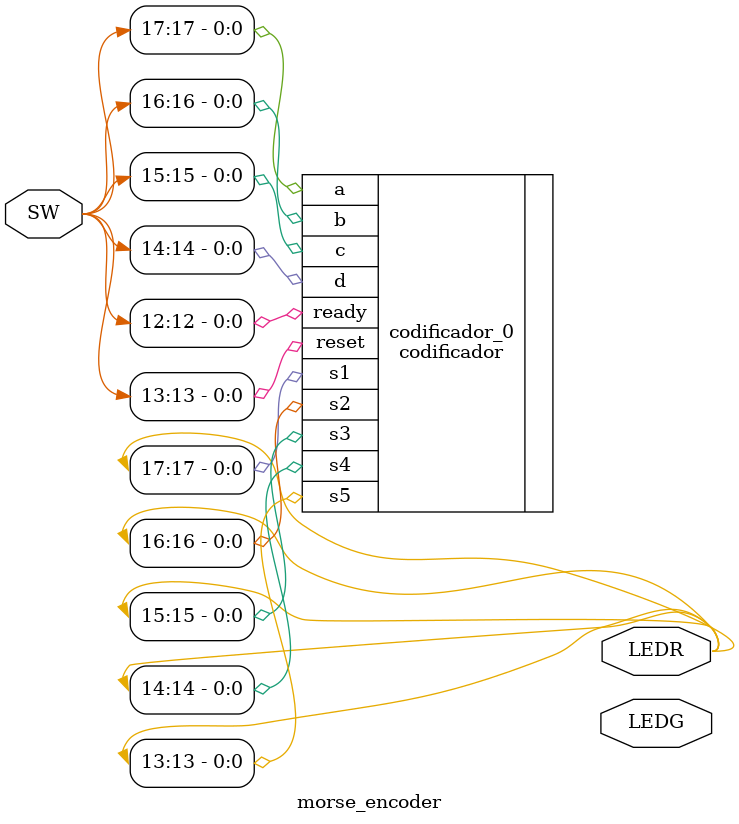
<source format=v>


module morse_encoder(

	//////////// LED //////////
	LEDG,
	LEDR,

	//////////// SW //////////
	SW
);

//=======================================================
//  PARAMETER declarations
//=======================================================


//=======================================================
//  PORT declarations
//=======================================================

//////////// LED //////////
output		     [8:0]		LEDG;
output		    [17:0]		LEDR;

//////////// SW //////////
input 		    [17:0]		SW;


//=======================================================
//  REG/WIRE declarations
//=======================================================


	codificador codificador_0(.a(SW[17]), .b(SW[16]), .c(SW[15]), .d(SW[14]), .s1(LEDR[17]), .s2(LEDR[16]), .s3(LEDR[15]), .s4(LEDR[14]), .s5(LEDR[13]), .reset(SW[13]), .ready(SW[12]));

//=======================================================
//  Structural coding
//=======================================================



endmodule

</source>
